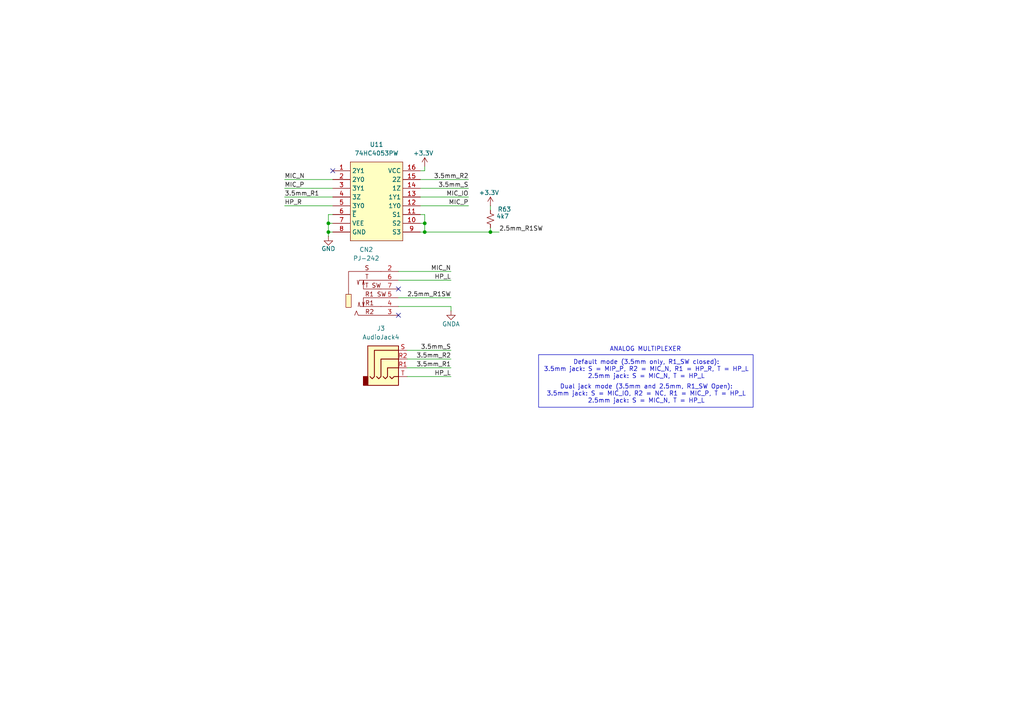
<source format=kicad_sch>
(kicad_sch (version 20250114) (generator "eeschema") (generator_version "9.0")
  (paper "A4")
  (lib_symbols
    (symbol "Connector_Audio:AudioJack4"
      (property "Reference" "J" (at 0 8.89 0))
      (property "Value" "AudioJack4" (at 0 6.35 0))
      (symbol "AudioJack4_0_1"
        (rectangle (start -6.35 -5.08) (end -7.62 -7.62) (stroke (width 0.254)) (fill (type outline)))
        (polyline (pts (xy -5.715 -5.08) (xy -5.08 -5.715) (xy -4.445 -5.08) (xy -4.445 2.54) (xy 2.54 2.54)) (stroke (width 0.254)))
        (polyline (pts (xy -1.905 -5.08) (xy -1.27 -5.715) (xy -0.635 -5.08) (xy -0.635 -2.54) (xy 2.54 -2.54)) (stroke (width 0.254)))
        (polyline (pts (xy 0 -5.08) (xy 0.635 -5.715) (xy 1.27 -5.08) (xy 2.54 -5.08)) (stroke (width 0.254)))
        (rectangle (start 2.54 3.81) (end -6.35 -7.62) (stroke (width 0.254)) (fill (type background)))
        (polyline (pts (xy 2.54 0) (xy -2.54 0) (xy -2.54 -5.08) (xy -3.175 -5.715) (xy -3.81 -5.08)) (stroke (width 0.254)))
      )
      (symbol "AudioJack4_1_1"
        (pin passive line (at 5.08 2.54 180) (length 2.54) (name "~") (number "S"))
        (pin passive line (at 5.08 0 180) (length 2.54) (name "~") (number "R2"))
        (pin passive line (at 5.08 -2.54 180) (length 2.54) (name "~") (number "R1"))
        (pin passive line (at 5.08 -5.08 180) (length 2.54) (name "~") (number "T"))
      )
    )
    (symbol "Device:R_Small_US" (pin_numbers (hide yes)) (pin_names (offset 0.254) (hide yes))
      (property "Reference" "R" (at 0.762 0.508 0))
      (property "Value" "R_Small_US" (at 0.762 -1.016 0))
      (symbol "R_Small_US_1_1"
        (polyline (pts (xy 0 1.524) (xy 1.016 1.143) (xy 0 0.762) (xy -1.016 0.381) (xy 0 0)))
        (polyline (pts (xy 0 0) (xy 1.016 -0.381) (xy 0 -0.762) (xy -1.016 -1.143) (xy 0 -1.524)))
        (pin passive line (at 0 2.54 270) (length 1.016) (name "~") (number "1"))
        (pin passive line (at 0 -2.54 90) (length 1.016) (name "~") (number "2"))
      )
    )
    (symbol "Hactar_Symbols:74HC4053PW"
      (property "Reference" "U" (at 0 13.97 0))
      (property "Value" "74HC4053PW" (at 0 -13.97 0))
      (symbol "74HC4053PW_0_1"
        (rectangle (start -7.62 11.43) (end 7.62 -11.43) (fill (type background)))
        (pin unspecified line (at -12.7 8.89 0) (length 5.08) (name "2Y1") (number "1"))
        (pin unspecified line (at -12.7 6.35 0) (length 5.08) (name "2Y0") (number "2"))
        (pin unspecified line (at -12.7 3.81 0) (length 5.08) (name "3Y1") (number "3"))
        (pin unspecified line (at -12.7 1.27 0) (length 5.08) (name "3Z") (number "4"))
        (pin unspecified line (at -12.7 -1.27 0) (length 5.08) (name "3Y0") (number "5"))
        (pin unspecified line (at -12.7 -3.81 0) (length 5.08) (name "~{E}") (number "6"))
        (pin unspecified line (at -12.7 -6.35 0) (length 5.08) (name "VEE") (number "7"))
        (pin unspecified line (at -12.7 -8.89 0) (length 5.08) (name "GND") (number "8"))
        (pin unspecified line (at 12.7 8.89 180) (length 5.08) (name "VCC") (number "16"))
        (pin unspecified line (at 12.7 6.35 180) (length 5.08) (name "2Z") (number "15"))
        (pin unspecified line (at 12.7 3.81 180) (length 5.08) (name "1Z") (number "14"))
        (pin unspecified line (at 12.7 1.27 180) (length 5.08) (name "1Y1") (number "13"))
        (pin unspecified line (at 12.7 -1.27 180) (length 5.08) (name "1Y0") (number "12"))
        (pin unspecified line (at 12.7 -3.81 180) (length 5.08) (name "S1") (number "11"))
        (pin unspecified line (at 12.7 -6.35 180) (length 5.08) (name "S2") (number "10"))
        (pin unspecified line (at 12.7 -8.89 180) (length 5.08) (name "S3") (number "9"))
      )
    )
    (symbol "hactar_symbols:PJ-242"
      (property "Reference" "CN" (at 0 12.7 0))
      (property "Value" "PJ-242" (at 0 -10.16 0))
      (symbol "PJ-242_0_1"
        (rectangle (start -12.7 1.02) (end -11.18 -2.79) (fill (type background)))
        (polyline (pts (xy -7.62 5.08) (xy -7.37 3.81)))
        (polyline (pts (xy -7.62 0) (xy -2.54 0)))
        (polyline (pts (xy -7.62 0) (xy -7.62 -2.54) (xy -7.37 -1.27)))
        (polyline (pts (xy -7.62 -2.54) (xy -7.87 -1.27)))
        (polyline (pts (xy -2.54 7.62) (xy -11.94 7.62) (xy -11.94 1.02)))
        (polyline (pts (xy -2.54 5.08) (xy -8.89 5.08) (xy -9.14 3.81) (xy -9.4 5.08)))
        (polyline (pts (xy -2.54 2.54) (xy -7.62 2.54) (xy -7.62 5.08) (xy -7.87 3.81)))
        (polyline (pts (xy -2.54 -2.54) (xy -8.64 -2.54) (xy -8.89 -1.27) (xy -9.14 -2.54)))
        (polyline (pts (xy -2.54 -5.08) (xy -9.14 -5.08) (xy -9.65 -3.81) (xy -10.16 -5.08)))
      )
      (symbol "PJ-242_1_1"
        (text "S" (at -6.604 8.636 0) (effects (font (size 1.27 1.27))))
        (text "T" (at -6.604 6.096 0) (effects (font (size 1.27 1.27))))
        (text "R1" (at -5.842 -1.524 0) (effects (font (size 1.27 1.27))))
        (text "R2" (at -5.842 -4.064 0) (effects (font (size 1.27 1.27))))
        (text "T SW" (at -4.826 3.556 0) (effects (font (size 1.27 1.27))))
        (text "R1 SW" (at -4.064 1.016 0) (effects (font (size 1.27 1.27))))
        (pin passive line (at 2.54 7.62 180) (length 5.08) (name "") (number "2"))
        (pin passive line (at 2.54 5.08 180) (length 5.08) (name "") (number "6"))
        (pin passive line (at 2.54 2.54 180) (length 5.08) (name "") (number "7"))
        (pin passive line (at 2.54 0 180) (length 5.08) (name "") (number "5"))
        (pin passive line (at 2.54 -2.54 180) (length 5.08) (name "") (number "4"))
        (pin passive line (at 2.54 -5.08 180) (length 5.08) (name "") (number "3"))
      )
    )
    (symbol "power:+3.3V" (power) (pin_numbers (hide yes)) (pin_names (offset 0) (hide yes))
      (property "Value" "+3.3V" (at 0 3.556 0))
      (symbol "+3.3V_0_1"
        (polyline (pts (xy -0.762 1.27) (xy 0 2.54)))
        (polyline (pts (xy 0 2.54) (xy 0.762 1.27)))
        (polyline (pts (xy 0 0) (xy 0 2.54)))
      )
      (symbol "+3.3V_1_1"
        (pin power_in line (at 0 0 90) (length 0) (name "~") (number "1"))
      )
    )
    (symbol "power:GNDA" (power) (pin_numbers (hide yes)) (pin_names (offset 0) (hide yes))
      (property "Value" "GNDA" (at 0 -3.81 0))
      (symbol "GNDA_0_1"
        (polyline (pts (xy 0 0) (xy 0 -1.27) (xy 1.27 -1.27) (xy 0 -2.54) (xy -1.27 -1.27) (xy 0 -1.27)))
      )
      (symbol "GNDA_1_1"
        (pin power_in line (at 0 0 270) (length 0) (name "~") (number "1"))
      )
    )
  )
  (rectangle (start 156.21 102.87) (end 218.44 118.11))
  (text "ANALOG MULTIPLEXER" (at 187.198 101.346 0) (effects (font (size 1.27 1.27))))
  (text "Dual jack mode (3.5mm and 2.5mm, R1_SW Open):\n3.5mm jack: S = MIC_IO, R2 = NC, R1 = MIC_P, T = HP_L\n2.5mm jack: S = MIC_N, T = HP_L" (at 187.452 114.3 0) (effects (font (size 1.27 1.27))))
  (text "Default mode (3.5mm only, R1_SW closed):\n3.5mm jack: S = MIP_P, R2 = MIC_N, R1 = HP_R, T = HP_L\n2.5mm jack: S = MIC_N, T = HP_L" (at 187.452 107.188 0) (effects (font (size 1.27 1.27))))
  (junction (at 123.19 64.77))
  (junction (at 142.24 67.31))
  (junction (at 95.25 64.77))
  (junction (at 123.19 67.31))
  (junction (at 95.25 67.31))
  (no_connect (at 115.57 91.44))
  (no_connect (at 96.52 49.53))
  (no_connect (at 115.57 83.82))
  (wire (pts (xy 95.25 67.31) (xy 96.52 67.31)))
  (wire (pts (xy 130.81 88.9) (xy 115.57 88.9)))
  (wire (pts (xy 142.24 67.31) (xy 144.78 67.31)))
  (wire (pts (xy 123.19 67.31) (xy 142.24 67.31)))
  (wire (pts (xy 118.11 104.14) (xy 130.81 104.14)))
  (wire (pts (xy 95.25 62.23) (xy 95.25 64.77)))
  (wire (pts (xy 118.11 109.22) (xy 130.81 109.22)))
  (wire (pts (xy 121.92 64.77) (xy 123.19 64.77)))
  (wire (pts (xy 142.24 66.04) (xy 142.24 67.31)))
  (wire (pts (xy 121.92 52.07) (xy 135.89 52.07)))
  (wire (pts (xy 121.92 57.15) (xy 135.89 57.15)))
  (wire (pts (xy 123.19 48.26) (xy 123.19 49.53)))
  (wire (pts (xy 95.25 64.77) (xy 95.25 67.31)))
  (wire (pts (xy 121.92 62.23) (xy 123.19 62.23)))
  (wire (pts (xy 123.19 67.31) (xy 121.92 67.31)))
  (wire (pts (xy 123.19 64.77) (xy 123.19 67.31)))
  (wire (pts (xy 115.57 78.74) (xy 130.81 78.74)))
  (wire (pts (xy 118.11 106.68) (xy 130.81 106.68)))
  (wire (pts (xy 82.55 52.07) (xy 96.52 52.07)))
  (wire (pts (xy 115.57 86.36) (xy 130.81 86.36)))
  (wire (pts (xy 82.55 59.69) (xy 96.52 59.69)))
  (wire (pts (xy 130.81 90.17) (xy 130.81 88.9)))
  (wire (pts (xy 96.52 62.23) (xy 95.25 62.23)))
  (wire (pts (xy 142.24 59.69) (xy 142.24 60.96)))
  (wire (pts (xy 96.52 64.77) (xy 95.25 64.77)))
  (wire (pts (xy 82.55 54.61) (xy 96.52 54.61)))
  (wire (pts (xy 95.25 68.58) (xy 95.25 67.31)))
  (wire (pts (xy 115.57 81.28) (xy 130.81 81.28)))
  (wire (pts (xy 123.19 62.23) (xy 123.19 64.77)))
  (wire (pts (xy 121.92 54.61) (xy 135.89 54.61)))
  (wire (pts (xy 118.11 101.6) (xy 130.81 101.6)))
  (wire (pts (xy 123.19 49.53) (xy 121.92 49.53)))
  (wire (pts (xy 82.55 57.15) (xy 96.52 57.15)))
  (wire (pts (xy 121.92 59.69) (xy 135.89 59.69)))
  (label "MIC_N" (at 82.55 52.07 0))
  (label "MIC_P" (at 135.89 59.69 180))
  (label "2.5mm_R1SW" (at 130.81 86.36 180))
  (label "MIC_IO" (at 135.89 57.15 180))
  (label "3.5mm_R1" (at 82.55 57.15 0))
  (label "2.5mm_R1SW" (at 144.78 67.31 0))
  (label "HP_L" (at 130.81 81.28 180))
  (label "3.5mm_R1" (at 130.81 106.68 180))
  (label "3.5mm_R2" (at 135.89 52.07 180))
  (label "3.5mm_S" (at 130.81 101.6 180))
  (label "MIC_N" (at 130.81 78.74 180))
  (label "MIC_P" (at 82.55 54.61 0))
  (label "HP_R" (at 82.55 59.69 0))
  (label "HP_L" (at 130.81 109.22 180))
  (label "3.5mm_S" (at 135.89 54.61 180))
  (label "3.5mm_R2" (at 130.81 104.14 180))
  (symbol (lib_id "power:GNDA") (at 95.25 68.58 0) (unit 1)
    (property "Reference" "#PWR092" (effects (hide yes)))
    (property "Value" "GND" (at 95.25 72.136 0))
    (property "Description" "Power symbol creates a global label with name \"GNDA\" , analog ground" (effects (hide yes)))
  )
  (symbol (lib_id "Connector_Audio:AudioJack4") (at 113.03 104.14 0) (unit 1)
    (property "Reference" "J3" (at 110.49 95.25 0))
    (property "Value" "AudioJack4" (at 110.49 97.79 0))
    (property "Description" "Audio Jack, 4 Poles (TRRS)" (effects (hide yes)))
  )
  (symbol (lib_id "Hactar_Symbols:74HC4053PW") (at 109.22 58.42 0) (unit 1)
    (property "Reference" "U11" (at 109.22 41.91 0))
    (property "Value" "74HC4053PW" (at 109.22 44.45 0))
    (property "Footprint" "Package_SO:TSSOP-16_4.4x5mm_P0.65mm" (effects (hide yes)))
    (property "Datasheet" "https://lcsc.com/product-detail/74-Series_PHILIPS_74HC4053PW_74HC4053PW_C5648.html" (effects (hide yes)))
    (property "LCSC Part" "C5648" (effects (hide yes)))
  )
  (symbol (lib_id "power:+3.3V") (at 142.24 59.69 0) (mirror y) (unit 1)
    (property "Reference" "#PWR090" (effects (hide yes)))
    (property "Value" "+3.3V" (at 144.78 55.88 0) (effects (justify left)))
    (property "Description" "Power symbol creates a global label with name \"+3.3V\"" (effects (hide yes)))
  )
  (symbol (lib_id "power:GNDA") (at 130.81 90.17 0) (unit 1)
    (property "Reference" "#PWR089" (effects (hide yes)))
    (property "Value" "GNDA" (at 130.81 93.98 0))
    (property "Description" "Power symbol creates a global label with name \"GNDA\" , analog ground" (effects (hide yes)))
  )
  (symbol (lib_id "Device:R_Small_US") (at 142.24 63.5 180) (unit 1)
    (property "Reference" "R63" (at 146.304 60.706 0))
    (property "Value" "4k7" (at 145.796 62.738 0))
    (property "Footprint" "Resistor_SMD:R_0402_1005Metric" (effects (hide yes)))
    (property "Description" "Resistor, small US symbol" (effects (hide yes)))
    (property "JLCPCB Part #" "C25900" (effects (hide yes)))
  )
  (symbol (lib_id "power:+3.3V") (at 123.19 48.26 0) (mirror y) (unit 1)
    (property "Reference" "#PWR091" (effects (hide yes)))
    (property "Value" "+3.3V" (at 125.73 44.45 0) (effects (justify left)))
    (property "Description" "Power symbol creates a global label with name \"+3.3V\"" (effects (hide yes)))
  )
  (symbol (lib_id "hactar_symbols:PJ-242") (at 113.03 86.36 0) (unit 1)
    (property "Reference" "CN2" (at 106.2306 72.39 0))
    (property "Value" "PJ-242" (at 106.2306 74.93 0))
    (property "Footprint" "hactar_footprints:AUDIO-SMD_PJ-242" (effects (hide yes)))
    (property "Datasheet" "https://lcsc.com/product-detail/Audio-Video-Connectors_SHOU-HAN-PJ-242_C431536.html" (effects (hide yes)))
  )
)
</source>
